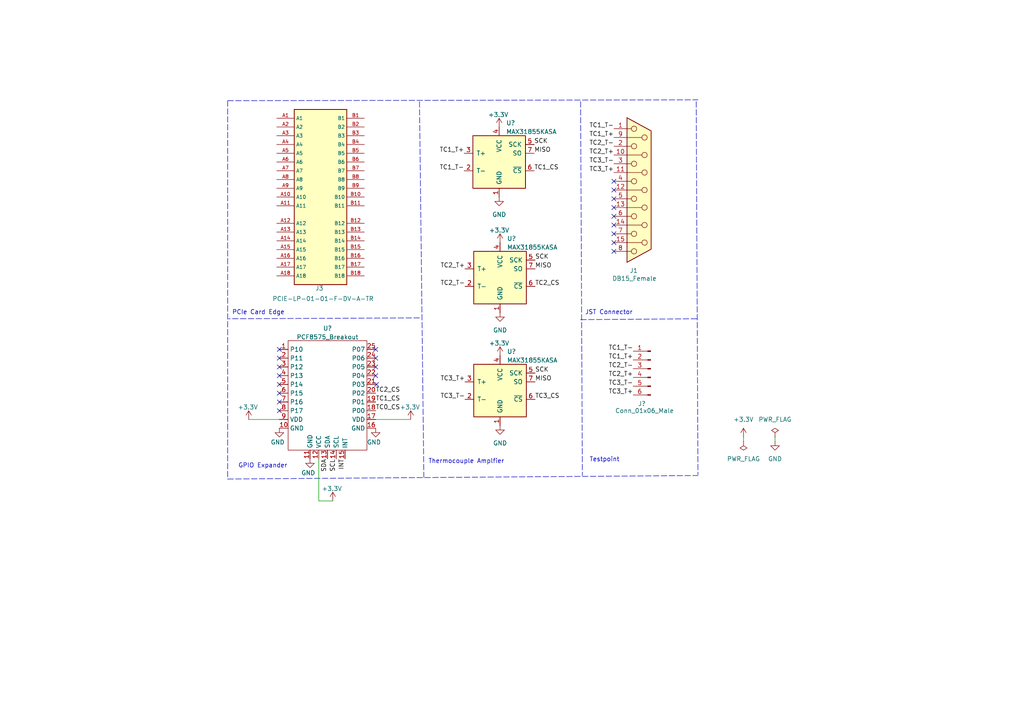
<source format=kicad_sch>
(kicad_sch (version 20211123) (generator eeschema)
  (paper "A4")
  (lib_symbols
    (symbol "Connector:Conn_01x06_Male" (pin_names (offset 1.016) hide)
      (property "Reference" "J" (at 0 7.62 0))
      (property "Value" "Conn_01x06_Male" (at 0 -10.16 0))
      (symbol "Conn_01x06_Male_1_1"
        (polyline (pts (xy 1.27 -7.62) (xy 0.8636 -7.62)) (stroke (width 0.1524)))
        (polyline (pts (xy 1.27 -5.08) (xy 0.8636 -5.08)) (stroke (width 0.1524)))
        (polyline (pts (xy 1.27 -2.54) (xy 0.8636 -2.54)) (stroke (width 0.1524)))
        (polyline (pts (xy 1.27 0) (xy 0.8636 0)) (stroke (width 0.1524)))
        (polyline (pts (xy 1.27 2.54) (xy 0.8636 2.54)) (stroke (width 0.1524)))
        (polyline (pts (xy 1.27 5.08) (xy 0.8636 5.08)) (stroke (width 0.1524)))
        (rectangle (start 0.8636 -7.493) (end 0 -7.747) (stroke (width 0.1524)) (fill (type outline)))
        (rectangle (start 0.8636 -4.953) (end 0 -5.207) (stroke (width 0.1524)) (fill (type outline)))
        (rectangle (start 0.8636 -2.413) (end 0 -2.667) (stroke (width 0.1524)) (fill (type outline)))
        (rectangle (start 0.8636 0.127) (end 0 -0.127) (stroke (width 0.1524)) (fill (type outline)))
        (rectangle (start 0.8636 2.667) (end 0 2.413) (stroke (width 0.1524)) (fill (type outline)))
        (rectangle (start 0.8636 5.207) (end 0 4.953) (stroke (width 0.1524)) (fill (type outline)))
        (pin passive line (at 5.08 5.08 180) (length 3.81) (name "Pin_1") (number "1"))
        (pin passive line (at 5.08 2.54 180) (length 3.81) (name "Pin_2") (number "2"))
        (pin passive line (at 5.08 0 180) (length 3.81) (name "Pin_3") (number "3"))
        (pin passive line (at 5.08 -2.54 180) (length 3.81) (name "Pin_4") (number "4"))
        (pin passive line (at 5.08 -5.08 180) (length 3.81) (name "Pin_5") (number "5"))
        (pin passive line (at 5.08 -7.62 180) (length 3.81) (name "Pin_6") (number "6"))
      )
    )
    (symbol "Connector:DB15_Female" (pin_names (offset 1.016) hide)
      (property "Reference" "J" (at 0.508 21.59 0))
      (property "Value" "DB15_Female" (at 0 -22.225 0))
      (symbol "DB15_Female_0_1"
        (circle (center -1.778 -17.78) (radius 0.762))
        (circle (center -1.778 -12.7) (radius 0.762))
        (circle (center -1.778 -7.62) (radius 0.762))
        (circle (center -1.778 -2.54) (radius 0.762))
        (circle (center -1.778 2.54) (radius 0.762))
        (circle (center -1.778 7.62) (radius 0.762))
        (circle (center -1.778 12.7) (radius 0.762))
        (circle (center -1.778 17.78) (radius 0.762))
        (polyline (pts (xy -3.81 -17.78) (xy -2.54 -17.78)))
        (polyline (pts (xy -3.81 -15.24) (xy 0.508 -15.24)))
        (polyline (pts (xy -3.81 -12.7) (xy -2.54 -12.7)))
        (polyline (pts (xy -3.81 -10.16) (xy 0.508 -10.16)))
        (polyline (pts (xy -3.81 -7.62) (xy -2.54 -7.62)))
        (polyline (pts (xy -3.81 -5.08) (xy 0.508 -5.08)))
        (polyline (pts (xy -3.81 -2.54) (xy -2.54 -2.54)))
        (polyline (pts (xy -3.81 0) (xy 0.508 0)))
        (polyline (pts (xy -3.81 2.54) (xy -2.54 2.54)))
        (polyline (pts (xy -3.81 5.08) (xy 0.508 5.08)))
        (polyline (pts (xy -3.81 7.62) (xy -2.54 7.62)))
        (polyline (pts (xy -3.81 10.16) (xy 0.508 10.16)))
        (polyline (pts (xy -3.81 12.7) (xy -2.54 12.7)))
        (polyline (pts (xy -3.81 15.24) (xy 0.508 15.24)))
        (polyline (pts (xy -3.81 17.78) (xy -2.54 17.78)))
        (polyline (pts (xy -3.81 20.955) (xy 3.175 17.145) (xy 3.175 -17.145) (xy -3.81 -20.955) (xy -3.81 20.955)) (stroke (width 0.254)) (fill (type background)))
        (circle (center 1.27 -15.24) (radius 0.762))
        (circle (center 1.27 -10.16) (radius 0.762))
        (circle (center 1.27 -5.08) (radius 0.762))
        (circle (center 1.27 0) (radius 0.762))
        (circle (center 1.27 5.08) (radius 0.762))
        (circle (center 1.27 10.16) (radius 0.762))
        (circle (center 1.27 15.24) (radius 0.762))
      )
      (symbol "DB15_Female_1_1"
        (pin passive line (at -7.62 17.78 0) (length 3.81) (name "1") (number "1"))
        (pin passive line (at -7.62 10.16 0) (length 3.81) (name "P10") (number "10"))
        (pin passive line (at -7.62 5.08 0) (length 3.81) (name "P111") (number "11"))
        (pin passive line (at -7.62 0 0) (length 3.81) (name "P12") (number "12"))
        (pin passive line (at -7.62 -5.08 0) (length 3.81) (name "P13") (number "13"))
        (pin passive line (at -7.62 -10.16 0) (length 3.81) (name "P14") (number "14"))
        (pin passive line (at -7.62 -15.24 0) (length 3.81) (name "P15") (number "15"))
        (pin passive line (at -7.62 12.7 0) (length 3.81) (name "2") (number "2"))
        (pin passive line (at -7.62 7.62 0) (length 3.81) (name "3") (number "3"))
        (pin passive line (at -7.62 2.54 0) (length 3.81) (name "4") (number "4"))
        (pin passive line (at -7.62 -2.54 0) (length 3.81) (name "5") (number "5"))
        (pin passive line (at -7.62 -7.62 0) (length 3.81) (name "6") (number "6"))
        (pin passive line (at -7.62 -12.7 0) (length 3.81) (name "7") (number "7"))
        (pin passive line (at -7.62 -17.78 0) (length 3.81) (name "8") (number "8"))
        (pin passive line (at -7.62 15.24 0) (length 3.81) (name "P9") (number "9"))
      )
    )
    (symbol "PCF8575_Breakout:PCF8575_Breakout"
      (property "Reference" "U" (at 0 19.05 0))
      (property "Value" "PCF8575_Breakout" (at 0 16.51 0))
      (symbol "PCF8575_Breakout_0_1"
        (rectangle (start -11.43 13.97) (end 11.43 -17.78))
      )
      (symbol "PCF8575_Breakout_1_1"
        (pin bidirectional line (at -13.97 11.43 0) (length 2.54) (name "P10") (number "1"))
        (pin power_in line (at -13.97 -11.43 0) (length 2.54) (name "GND") (number "10"))
        (pin power_in line (at -5.08 -20.32 90) (length 2.54) (name "GND") (number "11"))
        (pin power_in line (at -2.54 -20.32 90) (length 2.54) (name "VCC") (number "12"))
        (pin bidirectional line (at 0 -20.32 90) (length 2.54) (name "SDA") (number "13"))
        (pin input line (at 2.54 -20.32 90) (length 2.54) (name "SCL") (number "14"))
        (pin output line (at 5.08 -20.32 90) (length 2.54) (name "INT") (number "15"))
        (pin power_in line (at 13.97 -11.43 180) (length 2.54) (name "GND") (number "16"))
        (pin power_in line (at 13.97 -8.89 180) (length 2.54) (name "VDD") (number "17"))
        (pin bidirectional line (at 13.97 -6.35 180) (length 2.54) (name "P00") (number "18"))
        (pin bidirectional line (at 13.97 -3.81 180) (length 2.54) (name "P01") (number "19"))
        (pin bidirectional line (at -13.97 8.89 0) (length 2.54) (name "P11") (number "2"))
        (pin bidirectional line (at 13.97 -1.27 180) (length 2.54) (name "P02") (number "20"))
        (pin bidirectional line (at 13.97 1.27 180) (length 2.54) (name "P03") (number "21"))
        (pin bidirectional line (at 13.97 3.81 180) (length 2.54) (name "P04") (number "22"))
        (pin bidirectional line (at 13.97 6.35 180) (length 2.54) (name "P05") (number "23"))
        (pin bidirectional line (at 13.97 8.89 180) (length 2.54) (name "P06") (number "24"))
        (pin bidirectional line (at 13.97 11.43 180) (length 2.54) (name "P07") (number "25"))
        (pin bidirectional line (at -13.97 6.35 0) (length 2.54) (name "P12") (number "3"))
        (pin bidirectional line (at -13.97 3.81 0) (length 2.54) (name "P13") (number "4"))
        (pin bidirectional line (at -13.97 1.27 0) (length 2.54) (name "P14") (number "5"))
        (pin bidirectional line (at -13.97 -1.27 0) (length 2.54) (name "P15") (number "6"))
        (pin bidirectional line (at -13.97 -3.81 0) (length 2.54) (name "P16") (number "7"))
        (pin bidirectional line (at -13.97 -6.35 0) (length 2.54) (name "P17") (number "8"))
        (pin power_in line (at -13.97 -8.89 0) (length 2.54) (name "VDD") (number "9"))
      )
    )
    (symbol "PCIE_Card_Edge:PCIE-LP-01-01-F-DV-A-TR_(card_edge)"
      (property "Reference" "J" (at 0 0 0))
      (property "Value" "PCIE-LP-01-01-F-DV-A-TR_(card_edge)" (at 0 0 0))
      (symbol "PCIE-LP-01-01-F-DV-A-TR_(card_edge)_0_0"
        (rectangle (start -6.35 3.81) (end 8.89 54.61) (stroke (width 0.254)) (fill (type background)))
        (pin passive line (at -11.43 52.07 0) (length 5.08) (name "A1") (number "A1"))
        (pin passive line (at -11.43 29.21 0) (length 5.08) (name "A10") (number "A10"))
        (pin passive line (at -11.43 26.67 0) (length 5.08) (name "A11") (number "A11"))
        (pin passive line (at -11.43 21.59 0) (length 5.08) (name "A12") (number "A12"))
        (pin passive line (at -11.43 19.05 0) (length 5.08) (name "A13") (number "A13"))
        (pin passive line (at -11.43 16.51 0) (length 5.08) (name "A14") (number "A14"))
        (pin passive line (at -11.43 13.97 0) (length 5.08) (name "A15") (number "A15"))
        (pin passive line (at -11.43 11.43 0) (length 5.08) (name "A16") (number "A16"))
        (pin passive line (at -11.43 8.89 0) (length 5.08) (name "A17") (number "A17"))
        (pin passive line (at -11.43 6.35 0) (length 5.08) (name "A18") (number "A18"))
        (pin passive line (at -11.43 49.53 0) (length 5.08) (name "A2") (number "A2"))
        (pin passive line (at -11.43 46.99 0) (length 5.08) (name "A3") (number "A3"))
        (pin passive line (at -11.43 44.45 0) (length 5.08) (name "A4") (number "A4"))
        (pin passive line (at -11.43 41.91 0) (length 5.08) (name "A5") (number "A5"))
        (pin passive line (at -11.43 39.37 0) (length 5.08) (name "A6") (number "A6"))
        (pin passive line (at -11.43 36.83 0) (length 5.08) (name "A7") (number "A7"))
        (pin passive line (at -11.43 34.29 0) (length 5.08) (name "A8") (number "A8"))
        (pin passive line (at -11.43 31.75 0) (length 5.08) (name "A9") (number "A9"))
        (pin passive line (at 13.97 52.07 180) (length 5.08) (name "B1") (number "B1"))
        (pin passive line (at 13.97 29.21 180) (length 5.08) (name "B10") (number "B10"))
        (pin passive line (at 13.97 26.67 180) (length 5.08) (name "B11") (number "B11"))
        (pin passive line (at 13.97 21.59 180) (length 5.08) (name "B12") (number "B12"))
        (pin passive line (at 13.97 19.05 180) (length 5.08) (name "B13") (number "B13"))
        (pin passive line (at 13.97 16.51 180) (length 5.08) (name "B14") (number "B14"))
        (pin passive line (at 13.97 13.97 180) (length 5.08) (name "B15") (number "B15"))
        (pin passive line (at 13.97 11.43 180) (length 5.08) (name "B16") (number "B16"))
        (pin passive line (at 13.97 8.89 180) (length 5.08) (name "B17") (number "B17"))
        (pin passive line (at 13.97 6.35 180) (length 5.08) (name "B18") (number "B18"))
        (pin passive line (at 13.97 49.53 180) (length 5.08) (name "B2") (number "B2"))
        (pin passive line (at 13.97 46.99 180) (length 5.08) (name "B3") (number "B3"))
        (pin passive line (at 13.97 44.45 180) (length 5.08) (name "B4") (number "B4"))
        (pin passive line (at 13.97 41.91 180) (length 5.08) (name "B5") (number "B5"))
        (pin passive line (at 13.97 39.37 180) (length 5.08) (name "B6") (number "B6"))
        (pin passive line (at 13.97 36.83 180) (length 5.08) (name "B7") (number "B7"))
        (pin passive line (at 13.97 34.29 180) (length 5.08) (name "B8") (number "B8"))
        (pin passive line (at 13.97 31.75 180) (length 5.08) (name "B9") (number "B9"))
      )
    )
    (symbol "Sensor_Temperature:MAX31855KASA" (pin_names (offset 1.016))
      (property "Reference" "U" (at -7.62 8.89 0))
      (property "Value" "MAX31855KASA" (at 1.27 8.89 0))
      (symbol "MAX31855KASA_0_1"
        (rectangle (start -7.62 7.62) (end 7.62 -7.62) (stroke (width 0.254)) (fill (type background)))
      )
      (symbol "MAX31855KASA_1_1"
        (pin power_in line (at 0 -10.16 90) (length 2.54) (name "GND") (number "1"))
        (pin passive line (at -10.16 -2.54 0) (length 2.54) (name "T-") (number "2"))
        (pin passive line (at -10.16 2.54 0) (length 2.54) (name "T+") (number "3"))
        (pin power_in line (at 0 10.16 270) (length 2.54) (name "VCC") (number "4"))
        (pin input line (at 10.16 5.08 180) (length 2.54) (name "SCK") (number "5"))
        (pin input line (at 10.16 -2.54 180) (length 2.54) (name "~{CS}") (number "6"))
        (pin tri_state line (at 10.16 2.54 180) (length 2.54) (name "SO") (number "7"))
      )
    )
    (symbol "power:+3.3V" (power) (pin_names (offset 0))
      (property "Value" "+3.3V" (at 0 3.556 0))
      (symbol "+3.3V_0_1"
        (polyline (pts (xy -0.762 1.27) (xy 0 2.54)))
        (polyline (pts (xy 0 0) (xy 0 2.54)))
        (polyline (pts (xy 0 2.54) (xy 0.762 1.27)))
      )
      (symbol "+3.3V_1_1"
        (pin power_in line (at 0 0 90) (length 0) hide (name "+3.3V") (number "1"))
      )
    )
    (symbol "power:GND" (power) (pin_names (offset 0))
      (property "Value" "GND" (at 0 -3.81 0))
      (symbol "GND_0_1"
        (polyline (pts (xy 0 0) (xy 0 -1.27) (xy 1.27 -1.27) (xy 0 -2.54) (xy -1.27 -1.27) (xy 0 -1.27)))
      )
      (symbol "GND_1_1"
        (pin power_in line (at 0 0 270) (length 0) hide (name "GND") (number "1"))
      )
    )
    (symbol "power:PWR_FLAG" (power) (pin_numbers hide) (pin_names (offset 0) hide)
      (property "Value" "PWR_FLAG" (at 0 3.81 0))
      (symbol "PWR_FLAG_0_0"
        (pin power_out line (at 0 0 90) (length 0) (name "pwr") (number "1"))
      )
      (symbol "PWR_FLAG_0_1"
        (polyline (pts (xy 0 0) (xy 0 1.27) (xy -1.016 1.905) (xy 0 2.54) (xy 1.016 1.905) (xy 0 1.27)))
      )
    )
  )
  (no_connect (at 178.054 52.578))
  (no_connect (at 178.054 57.658))
  (no_connect (at 178.054 60.198))
  (no_connect (at 178.054 65.278))
  (no_connect (at 178.054 67.818))
  (no_connect (at 81.026 106.426))
  (no_connect (at 108.966 106.426))
  (no_connect (at 178.054 70.358))
  (no_connect (at 178.054 62.738))
  (no_connect (at 81.026 101.346))
  (no_connect (at 109.22 111.506))
  (no_connect (at 81.026 114.046))
  (no_connect (at 108.966 103.886))
  (no_connect (at 178.054 55.118))
  (no_connect (at 81.026 108.966))
  (no_connect (at 108.966 108.966))
  (no_connect (at 108.966 101.346))
  (no_connect (at 81.026 119.126))
  (no_connect (at 178.054 72.898))
  (no_connect (at 81.026 116.586))
  (no_connect (at 81.026 103.886))
  (no_connect (at 81.026 111.506))
  (polyline (pts (xy 168.402 29.464) (xy 168.91 137.922)))
  (wire (pts (xy 224.79 126.746) (xy 224.79 128.016)))
  (wire (pts (xy 92.456 145.288) (xy 96.52 145.288)))
  (polyline (pts (xy 168.402 92.71) (xy 202.184 92.456)))
  (polyline (pts (xy 66.04 29.21) (xy 66.04 138.938)))
  (polyline (pts (xy 121.666 29.464) (xy 122.936 138.43)))
  (wire (pts (xy 72.136 121.666) (xy 81.026 121.666)))
  (polyline (pts (xy 66.04 138.938) (xy 202.438 137.922)))
  (polyline (pts (xy 66.04 29.21) (xy 202.438 28.956)))
  (polyline (pts (xy 121.666 92.202) (xy 66.294 92.456)))
  (wire (pts (xy 215.646 128.016) (xy 215.646 126.746)))
  (wire (pts (xy 108.966 121.666) (xy 119.126 121.666)))
  (polyline (pts (xy 201.93 29.464) (xy 202.438 137.668)))
  (wire (pts (xy 92.456 145.288) (xy 92.456 133.096)))
  (text "GPIO Expander" (at 69.088 135.89 0) (effects (font (size 1.27 1.27)) (justify left bottom)))
  (text "Testpoint" (at 170.942 134.112 0) (effects (font (size 1.27 1.27)) (justify left bottom)))
  (text "JST Connector" (at 169.672 91.44 0) (effects (font (size 1.27 1.27)) (justify left bottom)))
  (text "PCIe Card Edge" (at 67.31 91.44 0) (effects (font (size 1.27 1.27)) (justify left bottom)))
  (text "Thermocouple Amplfier" (at 124.206 134.62 0) (effects (font (size 1.27 1.27)) (justify left bottom)))
  (label "SDA" (at 94.996 133.096 270))
  (label "TC2_T+" (at 183.642 109.474 180))
  (label "SCK" (at 155.194 108.204 0))
  (label "TC1_T-" (at 134.62 49.53 180))
  (label "TC1_CS" (at 108.966 116.586 0))
  (label "TC3_T-" (at 134.874 115.824 180))
  (label "TC3_T+" (at 134.874 110.744 180))
  (label "MISO" (at 154.94 44.45 0))
  (label "TC2_CS" (at 155.194 83.058 0))
  (label "MISO" (at 155.194 110.744 0))
  (label "TC1_T-" (at 183.642 101.854 180))
  (label "SCL" (at 97.536 133.096 270))
  (label "TC3_T+" (at 178.054 50.038 180))
  (label "TC2_T-" (at 183.642 106.934 180))
  (label "TC1_T+" (at 134.62 44.45 180))
  (label "TC2_T-" (at 134.874 83.058 180))
  (label "SCK" (at 155.194 75.438 0))
  (label "TC2_T+" (at 134.874 77.978 180))
  (label "MISO" (at 155.194 77.978 0))
  (label "TC0_CS" (at 108.966 119.126 0))
  (label "INT" (at 100.076 133.096 270))
  (label "TC2_CS" (at 108.966 114.046 0))
  (label "TC1_T+" (at 183.642 104.394 180))
  (label "TC3_T+" (at 183.642 114.554 180))
  (label "TC1_T-" (at 178.054 37.338 180))
  (label "TC3_T-" (at 178.054 47.498 180))
  (label "TC1_T+" (at 178.054 39.878 180))
  (label "TC3_CS" (at 155.194 115.824 0))
  (label "SCK" (at 154.94 41.91 0))
  (label "TC1_CS" (at 154.94 49.53 0))
  (label "TC3_T-" (at 183.642 112.014 180))
  (label "TC2_T+" (at 178.054 44.958 180))
  (label "TC2_T-" (at 178.054 42.418 180))
  (symbol (lib_id "power:GND") (at 145.034 90.678 0) (unit 1)
    (property "Reference" "#PWR?" (effects hide))
    (property "Value" "GND" (at 145.034 95.758 0))
  )
  (symbol (lib_id "power:+3.3V") (at 72.136 121.666 0) (unit 1)
    (property "Reference" "#PWR?" (effects hide))
    (property "Value" "+3.3V" (at 71.882 118.11 0))
  )
  (symbol (lib_id "PCIE_Card_Edge:PCIE-LP-01-01-F-DV-A-TR_(card_edge)") (at 91.694 86.36 0) (unit 1)
    (property "Reference" "J3" (at 91.44 84.328 0) (effects (justify left bottom)))
    (property "Value" "PCIE-LP-01-01-F-DV-A-TR" (at 78.994 87.376 0) (effects (justify left bottom)))
    (property "Footprint" "PCIe_x1_card_edge:PCIe_x1_card_edge" (effects hide))
    (property "MAXIMUM_PACKAGE_HEIGHT" "8.13mm" (effects hide))
    (property "STANDARD" "Manufacturer Recommendations" (effects hide))
    (property "PARTREV" "B" (effects hide))
    (property "MANUFACTURER" "Samtec" (effects hide))
  )
  (symbol (lib_id "Connector:DB15_Female") (at 185.674 55.118 0) (unit 1)
    (property "Reference" "J1" (at 182.626 78.486 0) (effects (justify left)))
    (property "Value" "DB15_Female" (at 177.546 80.772 0) (effects (justify left)))
    (property "Footprint" "DSUB_622-015-260-042:DSUB_622-015-260-042" (effects hide))
    (property "Datasheet" " ~" (effects hide))
  )
  (symbol (lib_id "power:GND") (at 224.79 128.016 0) (unit 1)
    (property "Reference" "#PWR09" (effects hide))
    (property "Value" "GND" (at 224.79 133.096 0))
  )
  (symbol (lib_id "power:+3.3V") (at 215.646 126.746 0) (unit 1)
    (property "Reference" "#PWR08" (effects hide))
    (property "Value" "+3.3V" (at 215.646 121.666 0))
  )
  (symbol (lib_id "power:+3.3V") (at 119.126 121.666 0) (unit 1)
    (property "Reference" "#PWR?" (effects hide))
    (property "Value" "+3.3V" (at 118.872 118.11 0))
  )
  (symbol (lib_id "power:PWR_FLAG") (at 215.646 128.016 180) (unit 1)
    (property "Reference" "#FLG02" (effects hide))
    (property "Value" "PWR_FLAG" (at 215.646 133.096 0))
  )
  (symbol (lib_id "Sensor_Temperature:MAX31855KASA") (at 145.034 113.284 0) (unit 1)
    (property "Reference" "U?" (at 147.0534 101.9642 0) (effects (justify left)))
    (property "Value" "MAX31855KASA" (at 147.0534 104.5011 0) (effects (justify left)))
    (property "Footprint" "Package_SO:SOIC-8_3.9x4.9mm_P1.27mm" (effects hide))
    (property "Datasheet" "http://datasheets.maximintegrated.com/en/ds/MAX31855.pdf" (effects hide))
  )
  (symbol (lib_id "power:GND") (at 81.026 124.206 0) (unit 1)
    (property "Reference" "#PWR?" (effects hide))
    (property "Value" "GND" (at 80.518 128.27 0))
  )
  (symbol (lib_id "power:GND") (at 145.034 123.444 0) (unit 1)
    (property "Reference" "#PWR?" (effects hide))
    (property "Value" "GND" (at 145.034 128.524 0))
  )
  (symbol (lib_id "Connector:Conn_01x06_Male") (at 188.722 106.934 0) (mirror y) (unit 1)
    (property "Reference" "J?" (at 186.182 117.094 0))
    (property "Value" "Conn_01x06_Male" (at 186.944 119.126 0))
  )
  (symbol (lib_id "power:GND") (at 108.966 124.206 0) (unit 1)
    (property "Reference" "#PWR?" (effects hide))
    (property "Value" "GND" (at 108.458 128.27 0))
  )
  (symbol (lib_id "Sensor_Temperature:MAX31855KASA") (at 145.034 80.518 0) (unit 1)
    (property "Reference" "U?" (at 147.0534 69.1982 0) (effects (justify left)))
    (property "Value" "MAX31855KASA" (at 147.0534 71.7351 0) (effects (justify left)))
    (property "Footprint" "Package_SO:SOIC-8_3.9x4.9mm_P1.27mm" (effects hide))
    (property "Datasheet" "http://datasheets.maximintegrated.com/en/ds/MAX31855.pdf" (effects hide))
  )
  (symbol (lib_id "power:PWR_FLAG") (at 224.79 126.746 0) (unit 1)
    (property "Reference" "#FLG01" (effects hide))
    (property "Value" "PWR_FLAG" (at 224.79 121.666 0))
  )
  (symbol (lib_id "power:+3.3V") (at 145.034 103.124 0) (unit 1)
    (property "Reference" "#PWR?" (effects hide))
    (property "Value" "+3.3V" (at 144.78 99.568 0))
  )
  (symbol (lib_id "power:GND") (at 144.78 57.15 0) (unit 1)
    (property "Reference" "#PWR?" (effects hide))
    (property "Value" "GND" (at 144.78 62.23 0))
  )
  (symbol (lib_id "power:GND") (at 89.916 133.096 0) (unit 1)
    (property "Reference" "#PWR?" (effects hide))
    (property "Value" "GND" (at 89.408 137.16 0))
  )
  (symbol (lib_id "power:+3.3V") (at 144.78 36.83 0) (unit 1)
    (property "Reference" "#PWR?" (effects hide))
    (property "Value" "+3.3V" (at 144.526 33.274 0))
  )
  (symbol (lib_id "PCF8575_Breakout:PCF8575_Breakout") (at 94.996 112.776 0) (unit 1)
    (property "Reference" "U?" (at 94.996 95.2332 0))
    (property "Value" "PCF8575_Breakout" (at 94.996 97.7701 0))
  )
  (symbol (lib_id "Sensor_Temperature:MAX31855KASA") (at 144.78 46.99 0) (unit 1)
    (property "Reference" "U?" (at 146.7994 35.6702 0) (effects (justify left)))
    (property "Value" "MAX31855KASA" (at 146.7994 38.2071 0) (effects (justify left)))
    (property "Footprint" "Package_SO:SOIC-8_3.9x4.9mm_P1.27mm" (effects hide))
    (property "Datasheet" "http://datasheets.maximintegrated.com/en/ds/MAX31855.pdf" (effects hide))
  )
  (symbol (lib_id "power:+3.3V") (at 145.034 70.358 0) (unit 1)
    (property "Reference" "#PWR?" (effects hide))
    (property "Value" "+3.3V" (at 144.78 66.802 0))
  )
  (symbol (lib_id "power:+3.3V") (at 96.52 145.288 0) (unit 1)
    (property "Reference" "#PWR?" (effects hide))
    (property "Value" "+3.3V" (at 96.266 141.732 0))
  )
)
</source>
